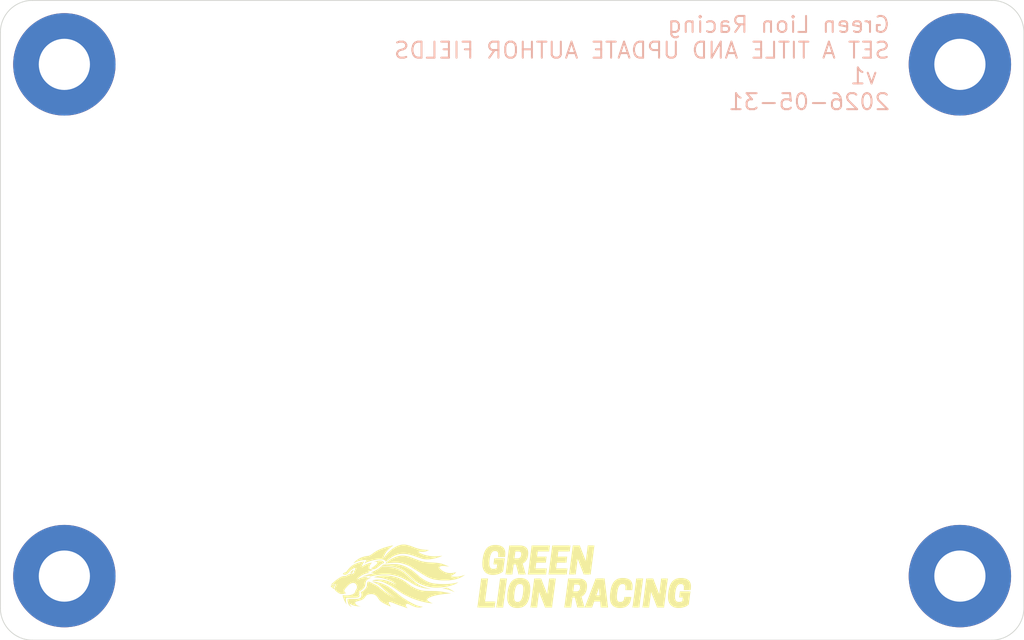
<source format=kicad_pcb>
(kicad_pcb (version 20241229) (generator "pcbnew") (generator_version "9.0")
  (title_block (title "SET A TITLE AND UPDATE AUTHOR FIELDS") (date "${CURRENT_DATE}") (rev "v1") (company "Green Lion Racing") (comment 1 "Author #1") (comment 2 "Author #2"))
  (layers (0 "F.Cu" signal) (4 "In1.Cu" signal) (6 "In2.Cu" signal) (2 "B.Cu" signal) (13 "F.Paste" user) (15 "B.Paste" user) (5 "F.SilkS" user "F.Silkscreen") (7 "B.SilkS" user "B.Silkscreen") (1 "F.Mask" user) (3 "B.Mask" user) (25 "Edge.Cuts" user))
  (net 0 "")
  (footprint "MountingHole:MountingHole_3.2mm_M3_Pad" (layer "F.Cu") (at 122 94)
    (property "Reference" "REF**" (hide yes))
    (property "Value" "MountingHole_3.2mm_M3_Pad" (hide yes))
    (pad "1" thru_hole circle (at 0 0) (size 6.4 6.4) (drill 3.2) (layers "*.Cu" "*.Mask"))
  )
  (footprint "MountingHole:MountingHole_3.2mm_M3_Pad" (layer "F.Cu") (at 122 126)
    (property "Reference" "REF**" (hide yes))
    (property "Value" "MountingHole_3.2mm_M3_Pad" (hide yes))
    (pad "1" thru_hole circle (at 0 0) (size 6.4 6.4) (drill 3.2) (layers "*.Cu" "*.Mask"))
  )
  (footprint "MountingHole:MountingHole_3.2mm_M3_Pad" (layer "F.Cu") (at 178 94)
    (property "Reference" "REF**" (hide yes))
    (property "Value" "MountingHole_3.2mm_M3_Pad" (hide yes))
    (pad "1" thru_hole circle (at 0 0) (size 6.4 6.4) (drill 3.2) (layers "*.Cu" "*.Mask"))
  )
  (footprint "MountingHole:MountingHole_3.2mm_M3_Pad" (layer "F.Cu") (at 178 126)
    (property "Reference" "REF**" (hide yes))
    (property "Value" "MountingHole_3.2mm_M3_Pad" (hide yes))
    (pad "1" thru_hole circle (at 0 0) (size 6.4 6.4) (drill 3.2) (layers "*.Cu" "*.Mask"))
  )
  (footprint "GLR_KiCad_Library:glr-logo" (layer "F.Cu") (at 150 126.02)
    (property "Reference" "G***" (hide yes))
    (property "Value" "LOGO" (hide yes))
  )
  (gr_line (start 182 92) (end 182 128) (stroke (width 0.05)) (layer "Edge.Cuts"))
  (gr_arc (start 120 130) (mid 118.585786 129.414214) (end 118 128) (stroke (width 0.05)) (layer "Edge.Cuts"))
  (gr_line (start 120 130) (end 180 130) (stroke (width 0.05)) (layer "Edge.Cuts"))
  (gr_line (start 118 128) (end 118 92) (stroke (width 0.05)) (layer "Edge.Cuts"))
  (gr_arc (start 118 92) (mid 118.585786 90.585786) (end 120 90) (stroke (width 0.05)) (layer "Edge.Cuts"))
  (gr_arc (start 180 90) (mid 181.414214 90.585786) (end 182 92) (stroke (width 0.05)) (layer "Edge.Cuts"))
  (gr_line (start 120 90) (end 180 90) (stroke (width 0.05)) (layer "Edge.Cuts"))
  (gr_arc (start 182 128) (mid 181.414214 129.414214) (end 180 130) (stroke (width 0.05)) (layer "Edge.Cuts"))
  (gr_text "${COMPANY}\n${TITLE}\n${PROJECTNAME} ${REVISION}\n${ISSUE_DATE}" (at 173.7 96.93 0) (layer "B.SilkS") (effects (font (size 1 1) (thickness 0.125)) (justify left bottom mirror)))
)
</source>
